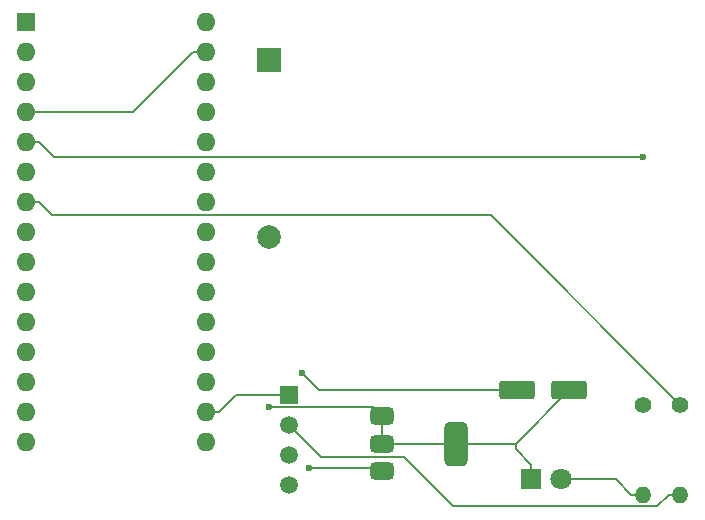
<source format=gbr>
%TF.GenerationSoftware,KiCad,Pcbnew,8.0.8*%
%TF.CreationDate,2025-02-19T23:23:06+00:00*%
%TF.ProjectId,ESP32-Project,45535033-322d-4507-926f-6a6563742e6b,rev?*%
%TF.SameCoordinates,Original*%
%TF.FileFunction,Copper,L1,Top*%
%TF.FilePolarity,Positive*%
%FSLAX46Y46*%
G04 Gerber Fmt 4.6, Leading zero omitted, Abs format (unit mm)*
G04 Created by KiCad (PCBNEW 8.0.8) date 2025-02-19 23:23:06*
%MOMM*%
%LPD*%
G01*
G04 APERTURE LIST*
G04 Aperture macros list*
%AMRoundRect*
0 Rectangle with rounded corners*
0 $1 Rounding radius*
0 $2 $3 $4 $5 $6 $7 $8 $9 X,Y pos of 4 corners*
0 Add a 4 corners polygon primitive as box body*
4,1,4,$2,$3,$4,$5,$6,$7,$8,$9,$2,$3,0*
0 Add four circle primitives for the rounded corners*
1,1,$1+$1,$2,$3*
1,1,$1+$1,$4,$5*
1,1,$1+$1,$6,$7*
1,1,$1+$1,$8,$9*
0 Add four rect primitives between the rounded corners*
20,1,$1+$1,$2,$3,$4,$5,0*
20,1,$1+$1,$4,$5,$6,$7,0*
20,1,$1+$1,$6,$7,$8,$9,0*
20,1,$1+$1,$8,$9,$2,$3,0*%
G04 Aperture macros list end*
%TA.AperFunction,SMDPad,CuDef*%
%ADD10RoundRect,0.375000X-0.625000X-0.375000X0.625000X-0.375000X0.625000X0.375000X-0.625000X0.375000X0*%
%TD*%
%TA.AperFunction,SMDPad,CuDef*%
%ADD11RoundRect,0.500000X-0.500000X-1.400000X0.500000X-1.400000X0.500000X1.400000X-0.500000X1.400000X0*%
%TD*%
%TA.AperFunction,ComponentPad*%
%ADD12R,1.500000X1.500000*%
%TD*%
%TA.AperFunction,ComponentPad*%
%ADD13C,1.500000*%
%TD*%
%TA.AperFunction,ComponentPad*%
%ADD14C,1.400000*%
%TD*%
%TA.AperFunction,ComponentPad*%
%ADD15O,1.400000X1.400000*%
%TD*%
%TA.AperFunction,ComponentPad*%
%ADD16R,1.800000X1.800000*%
%TD*%
%TA.AperFunction,ComponentPad*%
%ADD17C,1.800000*%
%TD*%
%TA.AperFunction,SMDPad,CuDef*%
%ADD18RoundRect,0.250000X-1.250000X-0.550000X1.250000X-0.550000X1.250000X0.550000X-1.250000X0.550000X0*%
%TD*%
%TA.AperFunction,ComponentPad*%
%ADD19C,2.000000*%
%TD*%
%TA.AperFunction,ComponentPad*%
%ADD20R,2.000000X2.000000*%
%TD*%
%TA.AperFunction,ComponentPad*%
%ADD21R,1.600000X1.600000*%
%TD*%
%TA.AperFunction,ComponentPad*%
%ADD22O,1.600000X1.600000*%
%TD*%
%TA.AperFunction,ViaPad*%
%ADD23C,0.600000*%
%TD*%
%TA.AperFunction,Conductor*%
%ADD24C,0.200000*%
%TD*%
G04 APERTURE END LIST*
D10*
%TO.P,U2,1,ADJ*%
%TO.N,GND*%
X65350000Y-74700000D03*
%TO.P,U2,2,VO*%
X65350000Y-77000000D03*
D11*
X71650000Y-77000000D03*
D10*
%TO.P,U2,3,VI*%
%TO.N,Net-(BT1-+)*%
X65350000Y-79300000D03*
%TD*%
D12*
%TO.P,U1,1,VDD*%
%TO.N,Net-(A1-3V3)*%
X57500000Y-72880000D03*
D13*
%TO.P,U1,2,DATA*%
%TO.N,Net-(U1-DATA)*%
X57500000Y-75420000D03*
%TO.P,U1,3,NC*%
%TO.N,unconnected-(U1-NC-Pad3)*%
X57500000Y-77960000D03*
%TO.P,U1,4,GND*%
%TO.N,GND*%
X57500000Y-80500000D03*
%TD*%
D14*
%TO.P,R2,1*%
%TO.N,Net-(A1-D2)*%
X87500000Y-73690000D03*
D15*
%TO.P,R2,2*%
%TO.N,Net-(D1-A)*%
X87500000Y-81310000D03*
%TD*%
D14*
%TO.P,R1,1*%
%TO.N,Net-(A1-D4)*%
X90650000Y-73690000D03*
D15*
%TO.P,R1,2*%
%TO.N,Net-(U1-DATA)*%
X90650000Y-81310000D03*
%TD*%
D16*
%TO.P,D1,1,K*%
%TO.N,GND*%
X78000000Y-80000000D03*
D17*
%TO.P,D1,2,A*%
%TO.N,Net-(D1-A)*%
X80540000Y-80000000D03*
%TD*%
D18*
%TO.P,C2,1*%
%TO.N,Net-(A1-VIN)*%
X76800000Y-72500000D03*
%TO.P,C2,2*%
%TO.N,GND*%
X81200000Y-72500000D03*
%TD*%
D19*
%TO.P,BT1,2,-*%
%TO.N,GND*%
X55835000Y-59495000D03*
D20*
%TO.P,BT1,1,+*%
%TO.N,Net-(BT1-+)*%
X55835000Y-44505000D03*
%TD*%
D21*
%TO.P,A1,1,D1/TX*%
%TO.N,unconnected-(A1-D1{slash}TX-Pad1)*%
X35260000Y-41300000D03*
D22*
%TO.P,A1,2,D0/RX*%
%TO.N,unconnected-(A1-D0{slash}RX-Pad2)*%
X35260000Y-43840000D03*
%TO.P,A1,3,~{RESET}*%
%TO.N,unconnected-(A1-~{RESET}-Pad3)*%
X35260000Y-46380000D03*
%TO.P,A1,4,GND*%
%TO.N,GND*%
X35260000Y-48920000D03*
%TO.P,A1,5,D2*%
%TO.N,Net-(A1-D2)*%
X35260000Y-51460000D03*
%TO.P,A1,6,D3*%
%TO.N,unconnected-(A1-D3-Pad6)*%
X35260000Y-54000000D03*
%TO.P,A1,7,D4*%
%TO.N,Net-(A1-D4)*%
X35260000Y-56540000D03*
%TO.P,A1,8,D5*%
%TO.N,unconnected-(A1-D5-Pad8)*%
X35260000Y-59080000D03*
%TO.P,A1,9,D6*%
%TO.N,unconnected-(A1-D6-Pad9)*%
X35260000Y-61620000D03*
%TO.P,A1,10,D7*%
%TO.N,unconnected-(A1-D7-Pad10)*%
X35260000Y-64160000D03*
%TO.P,A1,11,D8*%
%TO.N,unconnected-(A1-D8-Pad11)*%
X35260000Y-66700000D03*
%TO.P,A1,12,D9*%
%TO.N,unconnected-(A1-D9-Pad12)*%
X35260000Y-69240000D03*
%TO.P,A1,13,D10/CS*%
%TO.N,unconnected-(A1-D10{slash}CS-Pad13)*%
X35260000Y-71780000D03*
%TO.P,A1,14,D11/COPI*%
%TO.N,unconnected-(A1-D11{slash}COPI-Pad14)*%
X35260000Y-74320000D03*
%TO.P,A1,15,D12/CIPO*%
%TO.N,unconnected-(A1-D12{slash}CIPO-Pad15)*%
X35260000Y-76860000D03*
%TO.P,A1,16,D13/SCK*%
%TO.N,unconnected-(A1-D13{slash}SCK-Pad16)*%
X50500000Y-76860000D03*
%TO.P,A1,17,3V3*%
%TO.N,Net-(A1-3V3)*%
X50500000Y-74320000D03*
%TO.P,A1,18,B0*%
%TO.N,unconnected-(A1-B0-Pad18)*%
X50500000Y-71780000D03*
%TO.P,A1,19,A0*%
%TO.N,unconnected-(A1-A0-Pad19)*%
X50500000Y-69240000D03*
%TO.P,A1,20,A1*%
%TO.N,unconnected-(A1-A1-Pad20)*%
X50500000Y-66700000D03*
%TO.P,A1,21,A2*%
%TO.N,unconnected-(A1-A2-Pad21)*%
X50500000Y-64160000D03*
%TO.P,A1,22,A3*%
%TO.N,unconnected-(A1-A3-Pad22)*%
X50500000Y-61620000D03*
%TO.P,A1,23,SDA/A4*%
%TO.N,unconnected-(A1-SDA{slash}A4-Pad23)*%
X50500000Y-59080000D03*
%TO.P,A1,24,SCL/A5*%
%TO.N,unconnected-(A1-SCL{slash}A5-Pad24)*%
X50500000Y-56540000D03*
%TO.P,A1,25,A6*%
%TO.N,unconnected-(A1-A6-Pad25)*%
X50500000Y-54000000D03*
%TO.P,A1,26,A7*%
%TO.N,unconnected-(A1-A7-Pad26)*%
X50500000Y-51460000D03*
%TO.P,A1,27,VUSB/5V*%
%TO.N,unconnected-(A1-VUSB{slash}5V-Pad27)*%
X50500000Y-48920000D03*
%TO.P,A1,28,B1*%
%TO.N,unconnected-(A1-B1-Pad28)*%
X50500000Y-46380000D03*
%TO.P,A1,29,GND*%
%TO.N,GND*%
X50500000Y-43840000D03*
%TO.P,A1,30,VIN*%
%TO.N,Net-(A1-VIN)*%
X50500000Y-41300000D03*
%TD*%
D23*
%TO.N,Net-(BT1-+)*%
X59241200Y-79091800D03*
%TO.N,Net-(A1-VIN)*%
X58637500Y-71059700D03*
%TO.N,Net-(A1-D2)*%
X87500000Y-52730000D03*
%TO.N,GND*%
X55835000Y-73934200D03*
%TD*%
D24*
%TO.N,Net-(U1-DATA)*%
X60230000Y-78150000D02*
X57500000Y-75420000D01*
X67216700Y-78150000D02*
X60230000Y-78150000D01*
X71385400Y-82318700D02*
X67216700Y-78150000D01*
X88639600Y-82318700D02*
X71385400Y-82318700D01*
X89648300Y-81310000D02*
X88639600Y-82318700D01*
X90650000Y-81310000D02*
X89648300Y-81310000D01*
%TO.N,Net-(D1-A)*%
X85188300Y-80000000D02*
X86498300Y-81310000D01*
X80540000Y-80000000D02*
X85188300Y-80000000D01*
X87500000Y-81310000D02*
X86498300Y-81310000D01*
%TO.N,Net-(BT1-+)*%
X65141800Y-79091800D02*
X59241200Y-79091800D01*
X65350000Y-79300000D02*
X65141800Y-79091800D01*
%TO.N,Net-(A1-3V3)*%
X57500000Y-72880000D02*
X56448300Y-72880000D01*
X53041700Y-72880000D02*
X51601700Y-74320000D01*
X56448300Y-72880000D02*
X53041700Y-72880000D01*
X50500000Y-74320000D02*
X51601700Y-74320000D01*
%TO.N,Net-(A1-VIN)*%
X60077800Y-72500000D02*
X58637500Y-71059700D01*
X76800000Y-72500000D02*
X60077800Y-72500000D01*
%TO.N,Net-(A1-D2)*%
X35260000Y-51460000D02*
X36361700Y-51460000D01*
X37631700Y-52730000D02*
X87500000Y-52730000D01*
X36361700Y-51460000D02*
X37631700Y-52730000D01*
%TO.N,Net-(A1-D4)*%
X74601700Y-57641700D02*
X90650000Y-73690000D01*
X37463400Y-57641700D02*
X74601700Y-57641700D01*
X36361700Y-56540000D02*
X37463400Y-57641700D01*
X35260000Y-56540000D02*
X36361700Y-56540000D01*
%TO.N,GND*%
X44318300Y-48920000D02*
X35260000Y-48920000D01*
X49398300Y-43840000D02*
X44318300Y-48920000D01*
X50500000Y-43840000D02*
X49398300Y-43840000D01*
X76700000Y-77498300D02*
X76700000Y-77000000D01*
X78000000Y-78798300D02*
X76700000Y-77498300D01*
X81200000Y-72500000D02*
X76700000Y-77000000D01*
X76700000Y-77000000D02*
X71650000Y-77000000D01*
X78000000Y-80000000D02*
X78000000Y-78798300D01*
X64584200Y-73934200D02*
X55835000Y-73934200D01*
X65350000Y-74700000D02*
X64584200Y-73934200D01*
X71650000Y-77000000D02*
X65350000Y-77000000D01*
X65350000Y-77000000D02*
X65350000Y-74700000D01*
%TD*%
M02*

</source>
